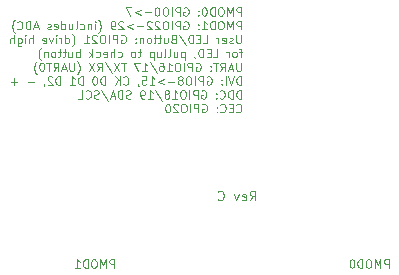
<source format=gbr>
G04 #@! TF.GenerationSoftware,KiCad,Pcbnew,5.1.5+dfsg1-2build2*
G04 #@! TF.CreationDate,2020-11-18T17:14:58+00:00*
G04 #@! TF.ProjectId,picodvi,7069636f-6476-4692-9e6b-696361645f70,rev?*
G04 #@! TF.SameCoordinates,Original*
G04 #@! TF.FileFunction,Legend,Bot*
G04 #@! TF.FilePolarity,Positive*
%FSLAX46Y46*%
G04 Gerber Fmt 4.6, Leading zero omitted, Abs format (unit mm)*
G04 Created by KiCad (PCBNEW 5.1.5+dfsg1-2build2) date 2020-11-18 17:14:58*
%MOMM*%
%LPD*%
G04 APERTURE LIST*
%ADD10C,0.120000*%
G04 APERTURE END LIST*
D10*
X237755333Y-114066666D02*
X237755333Y-113366666D01*
X237488666Y-113366666D01*
X237422000Y-113400000D01*
X237388666Y-113433333D01*
X237355333Y-113500000D01*
X237355333Y-113600000D01*
X237388666Y-113666666D01*
X237422000Y-113700000D01*
X237488666Y-113733333D01*
X237755333Y-113733333D01*
X237055333Y-114066666D02*
X237055333Y-113366666D01*
X236822000Y-113866666D01*
X236588666Y-113366666D01*
X236588666Y-114066666D01*
X236122000Y-113366666D02*
X235988666Y-113366666D01*
X235922000Y-113400000D01*
X235855333Y-113466666D01*
X235822000Y-113600000D01*
X235822000Y-113833333D01*
X235855333Y-113966666D01*
X235922000Y-114033333D01*
X235988666Y-114066666D01*
X236122000Y-114066666D01*
X236188666Y-114033333D01*
X236255333Y-113966666D01*
X236288666Y-113833333D01*
X236288666Y-113600000D01*
X236255333Y-113466666D01*
X236188666Y-113400000D01*
X236122000Y-113366666D01*
X235522000Y-114066666D02*
X235522000Y-113366666D01*
X235355333Y-113366666D01*
X235255333Y-113400000D01*
X235188666Y-113466666D01*
X235155333Y-113533333D01*
X235122000Y-113666666D01*
X235122000Y-113766666D01*
X235155333Y-113900000D01*
X235188666Y-113966666D01*
X235255333Y-114033333D01*
X235355333Y-114066666D01*
X235522000Y-114066666D01*
X234688666Y-113366666D02*
X234622000Y-113366666D01*
X234555333Y-113400000D01*
X234522000Y-113433333D01*
X234488666Y-113500000D01*
X234455333Y-113633333D01*
X234455333Y-113800000D01*
X234488666Y-113933333D01*
X234522000Y-114000000D01*
X234555333Y-114033333D01*
X234622000Y-114066666D01*
X234688666Y-114066666D01*
X234755333Y-114033333D01*
X234788666Y-114000000D01*
X234822000Y-113933333D01*
X234855333Y-113800000D01*
X234855333Y-113633333D01*
X234822000Y-113500000D01*
X234788666Y-113433333D01*
X234755333Y-113400000D01*
X234688666Y-113366666D01*
X214505333Y-114066666D02*
X214505333Y-113366666D01*
X214238666Y-113366666D01*
X214172000Y-113400000D01*
X214138666Y-113433333D01*
X214105333Y-113500000D01*
X214105333Y-113600000D01*
X214138666Y-113666666D01*
X214172000Y-113700000D01*
X214238666Y-113733333D01*
X214505333Y-113733333D01*
X213805333Y-114066666D02*
X213805333Y-113366666D01*
X213572000Y-113866666D01*
X213338666Y-113366666D01*
X213338666Y-114066666D01*
X212872000Y-113366666D02*
X212738666Y-113366666D01*
X212672000Y-113400000D01*
X212605333Y-113466666D01*
X212572000Y-113600000D01*
X212572000Y-113833333D01*
X212605333Y-113966666D01*
X212672000Y-114033333D01*
X212738666Y-114066666D01*
X212872000Y-114066666D01*
X212938666Y-114033333D01*
X213005333Y-113966666D01*
X213038666Y-113833333D01*
X213038666Y-113600000D01*
X213005333Y-113466666D01*
X212938666Y-113400000D01*
X212872000Y-113366666D01*
X212272000Y-114066666D02*
X212272000Y-113366666D01*
X212105333Y-113366666D01*
X212005333Y-113400000D01*
X211938666Y-113466666D01*
X211905333Y-113533333D01*
X211872000Y-113666666D01*
X211872000Y-113766666D01*
X211905333Y-113900000D01*
X211938666Y-113966666D01*
X212005333Y-114033333D01*
X212105333Y-114066666D01*
X212272000Y-114066666D01*
X211205333Y-114066666D02*
X211605333Y-114066666D01*
X211405333Y-114066666D02*
X211405333Y-113366666D01*
X211472000Y-113466666D01*
X211538666Y-113533333D01*
X211605333Y-113566666D01*
X225255333Y-92721666D02*
X225255333Y-92021666D01*
X224988666Y-92021666D01*
X224922000Y-92055000D01*
X224888666Y-92088333D01*
X224855333Y-92155000D01*
X224855333Y-92255000D01*
X224888666Y-92321666D01*
X224922000Y-92355000D01*
X224988666Y-92388333D01*
X225255333Y-92388333D01*
X224555333Y-92721666D02*
X224555333Y-92021666D01*
X224322000Y-92521666D01*
X224088666Y-92021666D01*
X224088666Y-92721666D01*
X223622000Y-92021666D02*
X223488666Y-92021666D01*
X223422000Y-92055000D01*
X223355333Y-92121666D01*
X223322000Y-92255000D01*
X223322000Y-92488333D01*
X223355333Y-92621666D01*
X223422000Y-92688333D01*
X223488666Y-92721666D01*
X223622000Y-92721666D01*
X223688666Y-92688333D01*
X223755333Y-92621666D01*
X223788666Y-92488333D01*
X223788666Y-92255000D01*
X223755333Y-92121666D01*
X223688666Y-92055000D01*
X223622000Y-92021666D01*
X223022000Y-92721666D02*
X223022000Y-92021666D01*
X222855333Y-92021666D01*
X222755333Y-92055000D01*
X222688666Y-92121666D01*
X222655333Y-92188333D01*
X222622000Y-92321666D01*
X222622000Y-92421666D01*
X222655333Y-92555000D01*
X222688666Y-92621666D01*
X222755333Y-92688333D01*
X222855333Y-92721666D01*
X223022000Y-92721666D01*
X222188666Y-92021666D02*
X222122000Y-92021666D01*
X222055333Y-92055000D01*
X222022000Y-92088333D01*
X221988666Y-92155000D01*
X221955333Y-92288333D01*
X221955333Y-92455000D01*
X221988666Y-92588333D01*
X222022000Y-92655000D01*
X222055333Y-92688333D01*
X222122000Y-92721666D01*
X222188666Y-92721666D01*
X222255333Y-92688333D01*
X222288666Y-92655000D01*
X222322000Y-92588333D01*
X222355333Y-92455000D01*
X222355333Y-92288333D01*
X222322000Y-92155000D01*
X222288666Y-92088333D01*
X222255333Y-92055000D01*
X222188666Y-92021666D01*
X221655333Y-92655000D02*
X221622000Y-92688333D01*
X221655333Y-92721666D01*
X221688666Y-92688333D01*
X221655333Y-92655000D01*
X221655333Y-92721666D01*
X221655333Y-92288333D02*
X221622000Y-92321666D01*
X221655333Y-92355000D01*
X221688666Y-92321666D01*
X221655333Y-92288333D01*
X221655333Y-92355000D01*
X220422000Y-92055000D02*
X220488666Y-92021666D01*
X220588666Y-92021666D01*
X220688666Y-92055000D01*
X220755333Y-92121666D01*
X220788666Y-92188333D01*
X220822000Y-92321666D01*
X220822000Y-92421666D01*
X220788666Y-92555000D01*
X220755333Y-92621666D01*
X220688666Y-92688333D01*
X220588666Y-92721666D01*
X220522000Y-92721666D01*
X220422000Y-92688333D01*
X220388666Y-92655000D01*
X220388666Y-92421666D01*
X220522000Y-92421666D01*
X220088666Y-92721666D02*
X220088666Y-92021666D01*
X219822000Y-92021666D01*
X219755333Y-92055000D01*
X219722000Y-92088333D01*
X219688666Y-92155000D01*
X219688666Y-92255000D01*
X219722000Y-92321666D01*
X219755333Y-92355000D01*
X219822000Y-92388333D01*
X220088666Y-92388333D01*
X219388666Y-92721666D02*
X219388666Y-92021666D01*
X218922000Y-92021666D02*
X218788666Y-92021666D01*
X218722000Y-92055000D01*
X218655333Y-92121666D01*
X218622000Y-92255000D01*
X218622000Y-92488333D01*
X218655333Y-92621666D01*
X218722000Y-92688333D01*
X218788666Y-92721666D01*
X218922000Y-92721666D01*
X218988666Y-92688333D01*
X219055333Y-92621666D01*
X219088666Y-92488333D01*
X219088666Y-92255000D01*
X219055333Y-92121666D01*
X218988666Y-92055000D01*
X218922000Y-92021666D01*
X218188666Y-92021666D02*
X218122000Y-92021666D01*
X218055333Y-92055000D01*
X218022000Y-92088333D01*
X217988666Y-92155000D01*
X217955333Y-92288333D01*
X217955333Y-92455000D01*
X217988666Y-92588333D01*
X218022000Y-92655000D01*
X218055333Y-92688333D01*
X218122000Y-92721666D01*
X218188666Y-92721666D01*
X218255333Y-92688333D01*
X218288666Y-92655000D01*
X218322000Y-92588333D01*
X218355333Y-92455000D01*
X218355333Y-92288333D01*
X218322000Y-92155000D01*
X218288666Y-92088333D01*
X218255333Y-92055000D01*
X218188666Y-92021666D01*
X217655333Y-92455000D02*
X217122000Y-92455000D01*
X216788666Y-92255000D02*
X216255333Y-92455000D01*
X216788666Y-92655000D01*
X215988666Y-92021666D02*
X215522000Y-92021666D01*
X215822000Y-92721666D01*
X225255333Y-93891666D02*
X225255333Y-93191666D01*
X224988666Y-93191666D01*
X224922000Y-93225000D01*
X224888666Y-93258333D01*
X224855333Y-93325000D01*
X224855333Y-93425000D01*
X224888666Y-93491666D01*
X224922000Y-93525000D01*
X224988666Y-93558333D01*
X225255333Y-93558333D01*
X224555333Y-93891666D02*
X224555333Y-93191666D01*
X224322000Y-93691666D01*
X224088666Y-93191666D01*
X224088666Y-93891666D01*
X223622000Y-93191666D02*
X223488666Y-93191666D01*
X223422000Y-93225000D01*
X223355333Y-93291666D01*
X223322000Y-93425000D01*
X223322000Y-93658333D01*
X223355333Y-93791666D01*
X223422000Y-93858333D01*
X223488666Y-93891666D01*
X223622000Y-93891666D01*
X223688666Y-93858333D01*
X223755333Y-93791666D01*
X223788666Y-93658333D01*
X223788666Y-93425000D01*
X223755333Y-93291666D01*
X223688666Y-93225000D01*
X223622000Y-93191666D01*
X223022000Y-93891666D02*
X223022000Y-93191666D01*
X222855333Y-93191666D01*
X222755333Y-93225000D01*
X222688666Y-93291666D01*
X222655333Y-93358333D01*
X222622000Y-93491666D01*
X222622000Y-93591666D01*
X222655333Y-93725000D01*
X222688666Y-93791666D01*
X222755333Y-93858333D01*
X222855333Y-93891666D01*
X223022000Y-93891666D01*
X221955333Y-93891666D02*
X222355333Y-93891666D01*
X222155333Y-93891666D02*
X222155333Y-93191666D01*
X222222000Y-93291666D01*
X222288666Y-93358333D01*
X222355333Y-93391666D01*
X221655333Y-93825000D02*
X221622000Y-93858333D01*
X221655333Y-93891666D01*
X221688666Y-93858333D01*
X221655333Y-93825000D01*
X221655333Y-93891666D01*
X221655333Y-93458333D02*
X221622000Y-93491666D01*
X221655333Y-93525000D01*
X221688666Y-93491666D01*
X221655333Y-93458333D01*
X221655333Y-93525000D01*
X220422000Y-93225000D02*
X220488666Y-93191666D01*
X220588666Y-93191666D01*
X220688666Y-93225000D01*
X220755333Y-93291666D01*
X220788666Y-93358333D01*
X220822000Y-93491666D01*
X220822000Y-93591666D01*
X220788666Y-93725000D01*
X220755333Y-93791666D01*
X220688666Y-93858333D01*
X220588666Y-93891666D01*
X220522000Y-93891666D01*
X220422000Y-93858333D01*
X220388666Y-93825000D01*
X220388666Y-93591666D01*
X220522000Y-93591666D01*
X220088666Y-93891666D02*
X220088666Y-93191666D01*
X219822000Y-93191666D01*
X219755333Y-93225000D01*
X219722000Y-93258333D01*
X219688666Y-93325000D01*
X219688666Y-93425000D01*
X219722000Y-93491666D01*
X219755333Y-93525000D01*
X219822000Y-93558333D01*
X220088666Y-93558333D01*
X219388666Y-93891666D02*
X219388666Y-93191666D01*
X218922000Y-93191666D02*
X218788666Y-93191666D01*
X218722000Y-93225000D01*
X218655333Y-93291666D01*
X218622000Y-93425000D01*
X218622000Y-93658333D01*
X218655333Y-93791666D01*
X218722000Y-93858333D01*
X218788666Y-93891666D01*
X218922000Y-93891666D01*
X218988666Y-93858333D01*
X219055333Y-93791666D01*
X219088666Y-93658333D01*
X219088666Y-93425000D01*
X219055333Y-93291666D01*
X218988666Y-93225000D01*
X218922000Y-93191666D01*
X218355333Y-93258333D02*
X218322000Y-93225000D01*
X218255333Y-93191666D01*
X218088666Y-93191666D01*
X218022000Y-93225000D01*
X217988666Y-93258333D01*
X217955333Y-93325000D01*
X217955333Y-93391666D01*
X217988666Y-93491666D01*
X218388666Y-93891666D01*
X217955333Y-93891666D01*
X217688666Y-93258333D02*
X217655333Y-93225000D01*
X217588666Y-93191666D01*
X217422000Y-93191666D01*
X217355333Y-93225000D01*
X217322000Y-93258333D01*
X217288666Y-93325000D01*
X217288666Y-93391666D01*
X217322000Y-93491666D01*
X217722000Y-93891666D01*
X217288666Y-93891666D01*
X216988666Y-93625000D02*
X216455333Y-93625000D01*
X216122000Y-93425000D02*
X215588666Y-93625000D01*
X216122000Y-93825000D01*
X215288666Y-93258333D02*
X215255333Y-93225000D01*
X215188666Y-93191666D01*
X215022000Y-93191666D01*
X214955333Y-93225000D01*
X214922000Y-93258333D01*
X214888666Y-93325000D01*
X214888666Y-93391666D01*
X214922000Y-93491666D01*
X215322000Y-93891666D01*
X214888666Y-93891666D01*
X214555333Y-93891666D02*
X214422000Y-93891666D01*
X214355333Y-93858333D01*
X214322000Y-93825000D01*
X214255333Y-93725000D01*
X214222000Y-93591666D01*
X214222000Y-93325000D01*
X214255333Y-93258333D01*
X214288666Y-93225000D01*
X214355333Y-93191666D01*
X214488666Y-93191666D01*
X214555333Y-93225000D01*
X214588666Y-93258333D01*
X214622000Y-93325000D01*
X214622000Y-93491666D01*
X214588666Y-93558333D01*
X214555333Y-93591666D01*
X214488666Y-93625000D01*
X214355333Y-93625000D01*
X214288666Y-93591666D01*
X214255333Y-93558333D01*
X214222000Y-93491666D01*
X213188666Y-94158333D02*
X213222000Y-94125000D01*
X213288666Y-94025000D01*
X213322000Y-93958333D01*
X213355333Y-93858333D01*
X213388666Y-93691666D01*
X213388666Y-93558333D01*
X213355333Y-93391666D01*
X213322000Y-93291666D01*
X213288666Y-93225000D01*
X213222000Y-93125000D01*
X213188666Y-93091666D01*
X212922000Y-93891666D02*
X212922000Y-93425000D01*
X212922000Y-93191666D02*
X212955333Y-93225000D01*
X212922000Y-93258333D01*
X212888666Y-93225000D01*
X212922000Y-93191666D01*
X212922000Y-93258333D01*
X212588666Y-93425000D02*
X212588666Y-93891666D01*
X212588666Y-93491666D02*
X212555333Y-93458333D01*
X212488666Y-93425000D01*
X212388666Y-93425000D01*
X212322000Y-93458333D01*
X212288666Y-93525000D01*
X212288666Y-93891666D01*
X211655333Y-93858333D02*
X211722000Y-93891666D01*
X211855333Y-93891666D01*
X211922000Y-93858333D01*
X211955333Y-93825000D01*
X211988666Y-93758333D01*
X211988666Y-93558333D01*
X211955333Y-93491666D01*
X211922000Y-93458333D01*
X211855333Y-93425000D01*
X211722000Y-93425000D01*
X211655333Y-93458333D01*
X211255333Y-93891666D02*
X211322000Y-93858333D01*
X211355333Y-93791666D01*
X211355333Y-93191666D01*
X210688666Y-93425000D02*
X210688666Y-93891666D01*
X210988666Y-93425000D02*
X210988666Y-93791666D01*
X210955333Y-93858333D01*
X210888666Y-93891666D01*
X210788666Y-93891666D01*
X210722000Y-93858333D01*
X210688666Y-93825000D01*
X210055333Y-93891666D02*
X210055333Y-93191666D01*
X210055333Y-93858333D02*
X210122000Y-93891666D01*
X210255333Y-93891666D01*
X210322000Y-93858333D01*
X210355333Y-93825000D01*
X210388666Y-93758333D01*
X210388666Y-93558333D01*
X210355333Y-93491666D01*
X210322000Y-93458333D01*
X210255333Y-93425000D01*
X210122000Y-93425000D01*
X210055333Y-93458333D01*
X209455333Y-93858333D02*
X209522000Y-93891666D01*
X209655333Y-93891666D01*
X209722000Y-93858333D01*
X209755333Y-93791666D01*
X209755333Y-93525000D01*
X209722000Y-93458333D01*
X209655333Y-93425000D01*
X209522000Y-93425000D01*
X209455333Y-93458333D01*
X209422000Y-93525000D01*
X209422000Y-93591666D01*
X209755333Y-93658333D01*
X209155333Y-93858333D02*
X209088666Y-93891666D01*
X208955333Y-93891666D01*
X208888666Y-93858333D01*
X208855333Y-93791666D01*
X208855333Y-93758333D01*
X208888666Y-93691666D01*
X208955333Y-93658333D01*
X209055333Y-93658333D01*
X209122000Y-93625000D01*
X209155333Y-93558333D01*
X209155333Y-93525000D01*
X209122000Y-93458333D01*
X209055333Y-93425000D01*
X208955333Y-93425000D01*
X208888666Y-93458333D01*
X208055333Y-93691666D02*
X207722000Y-93691666D01*
X208122000Y-93891666D02*
X207888666Y-93191666D01*
X207655333Y-93891666D01*
X207422000Y-93891666D02*
X207422000Y-93191666D01*
X207255333Y-93191666D01*
X207155333Y-93225000D01*
X207088666Y-93291666D01*
X207055333Y-93358333D01*
X207022000Y-93491666D01*
X207022000Y-93591666D01*
X207055333Y-93725000D01*
X207088666Y-93791666D01*
X207155333Y-93858333D01*
X207255333Y-93891666D01*
X207422000Y-93891666D01*
X206322000Y-93825000D02*
X206355333Y-93858333D01*
X206455333Y-93891666D01*
X206522000Y-93891666D01*
X206622000Y-93858333D01*
X206688666Y-93791666D01*
X206722000Y-93725000D01*
X206755333Y-93591666D01*
X206755333Y-93491666D01*
X206722000Y-93358333D01*
X206688666Y-93291666D01*
X206622000Y-93225000D01*
X206522000Y-93191666D01*
X206455333Y-93191666D01*
X206355333Y-93225000D01*
X206322000Y-93258333D01*
X206088666Y-94158333D02*
X206055333Y-94125000D01*
X205988666Y-94025000D01*
X205955333Y-93958333D01*
X205922000Y-93858333D01*
X205888666Y-93691666D01*
X205888666Y-93558333D01*
X205922000Y-93391666D01*
X205955333Y-93291666D01*
X205988666Y-93225000D01*
X206055333Y-93125000D01*
X206088666Y-93091666D01*
X225255333Y-94361666D02*
X225255333Y-94928333D01*
X225222000Y-94995000D01*
X225188666Y-95028333D01*
X225122000Y-95061666D01*
X224988666Y-95061666D01*
X224922000Y-95028333D01*
X224888666Y-94995000D01*
X224855333Y-94928333D01*
X224855333Y-94361666D01*
X224555333Y-95028333D02*
X224488666Y-95061666D01*
X224355333Y-95061666D01*
X224288666Y-95028333D01*
X224255333Y-94961666D01*
X224255333Y-94928333D01*
X224288666Y-94861666D01*
X224355333Y-94828333D01*
X224455333Y-94828333D01*
X224522000Y-94795000D01*
X224555333Y-94728333D01*
X224555333Y-94695000D01*
X224522000Y-94628333D01*
X224455333Y-94595000D01*
X224355333Y-94595000D01*
X224288666Y-94628333D01*
X223688666Y-95028333D02*
X223755333Y-95061666D01*
X223888666Y-95061666D01*
X223955333Y-95028333D01*
X223988666Y-94961666D01*
X223988666Y-94695000D01*
X223955333Y-94628333D01*
X223888666Y-94595000D01*
X223755333Y-94595000D01*
X223688666Y-94628333D01*
X223655333Y-94695000D01*
X223655333Y-94761666D01*
X223988666Y-94828333D01*
X223355333Y-95061666D02*
X223355333Y-94595000D01*
X223355333Y-94728333D02*
X223322000Y-94661666D01*
X223288666Y-94628333D01*
X223222000Y-94595000D01*
X223155333Y-94595000D01*
X222055333Y-95061666D02*
X222388666Y-95061666D01*
X222388666Y-94361666D01*
X221822000Y-94695000D02*
X221588666Y-94695000D01*
X221488666Y-95061666D02*
X221822000Y-95061666D01*
X221822000Y-94361666D01*
X221488666Y-94361666D01*
X221188666Y-95061666D02*
X221188666Y-94361666D01*
X221022000Y-94361666D01*
X220922000Y-94395000D01*
X220855333Y-94461666D01*
X220822000Y-94528333D01*
X220788666Y-94661666D01*
X220788666Y-94761666D01*
X220822000Y-94895000D01*
X220855333Y-94961666D01*
X220922000Y-95028333D01*
X221022000Y-95061666D01*
X221188666Y-95061666D01*
X219988666Y-94328333D02*
X220588666Y-95228333D01*
X219522000Y-94695000D02*
X219422000Y-94728333D01*
X219388666Y-94761666D01*
X219355333Y-94828333D01*
X219355333Y-94928333D01*
X219388666Y-94995000D01*
X219422000Y-95028333D01*
X219488666Y-95061666D01*
X219755333Y-95061666D01*
X219755333Y-94361666D01*
X219522000Y-94361666D01*
X219455333Y-94395000D01*
X219422000Y-94428333D01*
X219388666Y-94495000D01*
X219388666Y-94561666D01*
X219422000Y-94628333D01*
X219455333Y-94661666D01*
X219522000Y-94695000D01*
X219755333Y-94695000D01*
X218755333Y-94595000D02*
X218755333Y-95061666D01*
X219055333Y-94595000D02*
X219055333Y-94961666D01*
X219022000Y-95028333D01*
X218955333Y-95061666D01*
X218855333Y-95061666D01*
X218788666Y-95028333D01*
X218755333Y-94995000D01*
X218522000Y-94595000D02*
X218255333Y-94595000D01*
X218422000Y-94361666D02*
X218422000Y-94961666D01*
X218388666Y-95028333D01*
X218322000Y-95061666D01*
X218255333Y-95061666D01*
X218122000Y-94595000D02*
X217855333Y-94595000D01*
X218022000Y-94361666D02*
X218022000Y-94961666D01*
X217988666Y-95028333D01*
X217922000Y-95061666D01*
X217855333Y-95061666D01*
X217522000Y-95061666D02*
X217588666Y-95028333D01*
X217622000Y-94995000D01*
X217655333Y-94928333D01*
X217655333Y-94728333D01*
X217622000Y-94661666D01*
X217588666Y-94628333D01*
X217522000Y-94595000D01*
X217422000Y-94595000D01*
X217355333Y-94628333D01*
X217322000Y-94661666D01*
X217288666Y-94728333D01*
X217288666Y-94928333D01*
X217322000Y-94995000D01*
X217355333Y-95028333D01*
X217422000Y-95061666D01*
X217522000Y-95061666D01*
X216988666Y-94595000D02*
X216988666Y-95061666D01*
X216988666Y-94661666D02*
X216955333Y-94628333D01*
X216888666Y-94595000D01*
X216788666Y-94595000D01*
X216722000Y-94628333D01*
X216688666Y-94695000D01*
X216688666Y-95061666D01*
X216355333Y-94995000D02*
X216322000Y-95028333D01*
X216355333Y-95061666D01*
X216388666Y-95028333D01*
X216355333Y-94995000D01*
X216355333Y-95061666D01*
X216355333Y-94628333D02*
X216322000Y-94661666D01*
X216355333Y-94695000D01*
X216388666Y-94661666D01*
X216355333Y-94628333D01*
X216355333Y-94695000D01*
X215122000Y-94395000D02*
X215188666Y-94361666D01*
X215288666Y-94361666D01*
X215388666Y-94395000D01*
X215455333Y-94461666D01*
X215488666Y-94528333D01*
X215522000Y-94661666D01*
X215522000Y-94761666D01*
X215488666Y-94895000D01*
X215455333Y-94961666D01*
X215388666Y-95028333D01*
X215288666Y-95061666D01*
X215222000Y-95061666D01*
X215122000Y-95028333D01*
X215088666Y-94995000D01*
X215088666Y-94761666D01*
X215222000Y-94761666D01*
X214788666Y-95061666D02*
X214788666Y-94361666D01*
X214522000Y-94361666D01*
X214455333Y-94395000D01*
X214422000Y-94428333D01*
X214388666Y-94495000D01*
X214388666Y-94595000D01*
X214422000Y-94661666D01*
X214455333Y-94695000D01*
X214522000Y-94728333D01*
X214788666Y-94728333D01*
X214088666Y-95061666D02*
X214088666Y-94361666D01*
X213622000Y-94361666D02*
X213488666Y-94361666D01*
X213422000Y-94395000D01*
X213355333Y-94461666D01*
X213322000Y-94595000D01*
X213322000Y-94828333D01*
X213355333Y-94961666D01*
X213422000Y-95028333D01*
X213488666Y-95061666D01*
X213622000Y-95061666D01*
X213688666Y-95028333D01*
X213755333Y-94961666D01*
X213788666Y-94828333D01*
X213788666Y-94595000D01*
X213755333Y-94461666D01*
X213688666Y-94395000D01*
X213622000Y-94361666D01*
X213055333Y-94428333D02*
X213022000Y-94395000D01*
X212955333Y-94361666D01*
X212788666Y-94361666D01*
X212722000Y-94395000D01*
X212688666Y-94428333D01*
X212655333Y-94495000D01*
X212655333Y-94561666D01*
X212688666Y-94661666D01*
X213088666Y-95061666D01*
X212655333Y-95061666D01*
X211988666Y-95061666D02*
X212388666Y-95061666D01*
X212188666Y-95061666D02*
X212188666Y-94361666D01*
X212255333Y-94461666D01*
X212322000Y-94528333D01*
X212388666Y-94561666D01*
X210955333Y-95328333D02*
X210988666Y-95295000D01*
X211055333Y-95195000D01*
X211088666Y-95128333D01*
X211122000Y-95028333D01*
X211155333Y-94861666D01*
X211155333Y-94728333D01*
X211122000Y-94561666D01*
X211088666Y-94461666D01*
X211055333Y-94395000D01*
X210988666Y-94295000D01*
X210955333Y-94261666D01*
X210388666Y-95061666D02*
X210388666Y-94361666D01*
X210388666Y-95028333D02*
X210455333Y-95061666D01*
X210588666Y-95061666D01*
X210655333Y-95028333D01*
X210688666Y-94995000D01*
X210722000Y-94928333D01*
X210722000Y-94728333D01*
X210688666Y-94661666D01*
X210655333Y-94628333D01*
X210588666Y-94595000D01*
X210455333Y-94595000D01*
X210388666Y-94628333D01*
X210055333Y-95061666D02*
X210055333Y-94595000D01*
X210055333Y-94728333D02*
X210022000Y-94661666D01*
X209988666Y-94628333D01*
X209922000Y-94595000D01*
X209855333Y-94595000D01*
X209622000Y-95061666D02*
X209622000Y-94595000D01*
X209622000Y-94361666D02*
X209655333Y-94395000D01*
X209622000Y-94428333D01*
X209588666Y-94395000D01*
X209622000Y-94361666D01*
X209622000Y-94428333D01*
X209355333Y-94595000D02*
X209188666Y-95061666D01*
X209022000Y-94595000D01*
X208488666Y-95028333D02*
X208555333Y-95061666D01*
X208688666Y-95061666D01*
X208755333Y-95028333D01*
X208788666Y-94961666D01*
X208788666Y-94695000D01*
X208755333Y-94628333D01*
X208688666Y-94595000D01*
X208555333Y-94595000D01*
X208488666Y-94628333D01*
X208455333Y-94695000D01*
X208455333Y-94761666D01*
X208788666Y-94828333D01*
X207622000Y-95061666D02*
X207622000Y-94361666D01*
X207322000Y-95061666D02*
X207322000Y-94695000D01*
X207355333Y-94628333D01*
X207422000Y-94595000D01*
X207522000Y-94595000D01*
X207588666Y-94628333D01*
X207622000Y-94661666D01*
X206988666Y-95061666D02*
X206988666Y-94595000D01*
X206988666Y-94361666D02*
X207022000Y-94395000D01*
X206988666Y-94428333D01*
X206955333Y-94395000D01*
X206988666Y-94361666D01*
X206988666Y-94428333D01*
X206355333Y-94595000D02*
X206355333Y-95161666D01*
X206388666Y-95228333D01*
X206422000Y-95261666D01*
X206488666Y-95295000D01*
X206588666Y-95295000D01*
X206655333Y-95261666D01*
X206355333Y-95028333D02*
X206422000Y-95061666D01*
X206555333Y-95061666D01*
X206622000Y-95028333D01*
X206655333Y-94995000D01*
X206688666Y-94928333D01*
X206688666Y-94728333D01*
X206655333Y-94661666D01*
X206622000Y-94628333D01*
X206555333Y-94595000D01*
X206422000Y-94595000D01*
X206355333Y-94628333D01*
X206022000Y-95061666D02*
X206022000Y-94361666D01*
X205722000Y-95061666D02*
X205722000Y-94695000D01*
X205755333Y-94628333D01*
X205822000Y-94595000D01*
X205922000Y-94595000D01*
X205988666Y-94628333D01*
X206022000Y-94661666D01*
X225355333Y-95765000D02*
X225088666Y-95765000D01*
X225255333Y-96231666D02*
X225255333Y-95631666D01*
X225222000Y-95565000D01*
X225155333Y-95531666D01*
X225088666Y-95531666D01*
X224755333Y-96231666D02*
X224822000Y-96198333D01*
X224855333Y-96165000D01*
X224888666Y-96098333D01*
X224888666Y-95898333D01*
X224855333Y-95831666D01*
X224822000Y-95798333D01*
X224755333Y-95765000D01*
X224655333Y-95765000D01*
X224588666Y-95798333D01*
X224555333Y-95831666D01*
X224522000Y-95898333D01*
X224522000Y-96098333D01*
X224555333Y-96165000D01*
X224588666Y-96198333D01*
X224655333Y-96231666D01*
X224755333Y-96231666D01*
X224222000Y-96231666D02*
X224222000Y-95765000D01*
X224222000Y-95898333D02*
X224188666Y-95831666D01*
X224155333Y-95798333D01*
X224088666Y-95765000D01*
X224022000Y-95765000D01*
X222921999Y-96231666D02*
X223255333Y-96231666D01*
X223255333Y-95531666D01*
X222688666Y-95865000D02*
X222455333Y-95865000D01*
X222355333Y-96231666D02*
X222688666Y-96231666D01*
X222688666Y-95531666D01*
X222355333Y-95531666D01*
X222055333Y-96231666D02*
X222055333Y-95531666D01*
X221888666Y-95531666D01*
X221788666Y-95565000D01*
X221721999Y-95631666D01*
X221688666Y-95698333D01*
X221655333Y-95831666D01*
X221655333Y-95931666D01*
X221688666Y-96065000D01*
X221721999Y-96131666D01*
X221788666Y-96198333D01*
X221888666Y-96231666D01*
X222055333Y-96231666D01*
X221321999Y-96198333D02*
X221321999Y-96231666D01*
X221355333Y-96298333D01*
X221388666Y-96331666D01*
X220488666Y-95765000D02*
X220488666Y-96465000D01*
X220488666Y-95798333D02*
X220421999Y-95765000D01*
X220288666Y-95765000D01*
X220221999Y-95798333D01*
X220188666Y-95831666D01*
X220155333Y-95898333D01*
X220155333Y-96098333D01*
X220188666Y-96165000D01*
X220221999Y-96198333D01*
X220288666Y-96231666D01*
X220421999Y-96231666D01*
X220488666Y-96198333D01*
X219555333Y-95765000D02*
X219555333Y-96231666D01*
X219855333Y-95765000D02*
X219855333Y-96131666D01*
X219821999Y-96198333D01*
X219755333Y-96231666D01*
X219655333Y-96231666D01*
X219588666Y-96198333D01*
X219555333Y-96165000D01*
X219121999Y-96231666D02*
X219188666Y-96198333D01*
X219221999Y-96131666D01*
X219221999Y-95531666D01*
X218755333Y-96231666D02*
X218821999Y-96198333D01*
X218855333Y-96131666D01*
X218855333Y-95531666D01*
X218188666Y-95765000D02*
X218188666Y-96231666D01*
X218488666Y-95765000D02*
X218488666Y-96131666D01*
X218455333Y-96198333D01*
X218388666Y-96231666D01*
X218288666Y-96231666D01*
X218221999Y-96198333D01*
X218188666Y-96165000D01*
X217855333Y-95765000D02*
X217855333Y-96465000D01*
X217855333Y-95798333D02*
X217788666Y-95765000D01*
X217655333Y-95765000D01*
X217588666Y-95798333D01*
X217555333Y-95831666D01*
X217521999Y-95898333D01*
X217521999Y-96098333D01*
X217555333Y-96165000D01*
X217588666Y-96198333D01*
X217655333Y-96231666D01*
X217788666Y-96231666D01*
X217855333Y-96198333D01*
X216788666Y-95765000D02*
X216521999Y-95765000D01*
X216688666Y-95531666D02*
X216688666Y-96131666D01*
X216655333Y-96198333D01*
X216588666Y-96231666D01*
X216521999Y-96231666D01*
X216188666Y-96231666D02*
X216255333Y-96198333D01*
X216288666Y-96165000D01*
X216321999Y-96098333D01*
X216321999Y-95898333D01*
X216288666Y-95831666D01*
X216255333Y-95798333D01*
X216188666Y-95765000D01*
X216088666Y-95765000D01*
X216021999Y-95798333D01*
X215988666Y-95831666D01*
X215955333Y-95898333D01*
X215955333Y-96098333D01*
X215988666Y-96165000D01*
X216021999Y-96198333D01*
X216088666Y-96231666D01*
X216188666Y-96231666D01*
X214821999Y-96198333D02*
X214888666Y-96231666D01*
X215021999Y-96231666D01*
X215088666Y-96198333D01*
X215121999Y-96165000D01*
X215155333Y-96098333D01*
X215155333Y-95898333D01*
X215121999Y-95831666D01*
X215088666Y-95798333D01*
X215021999Y-95765000D01*
X214888666Y-95765000D01*
X214821999Y-95798333D01*
X214521999Y-96231666D02*
X214521999Y-95531666D01*
X214221999Y-96231666D02*
X214221999Y-95865000D01*
X214255333Y-95798333D01*
X214321999Y-95765000D01*
X214421999Y-95765000D01*
X214488666Y-95798333D01*
X214521999Y-95831666D01*
X213621999Y-96198333D02*
X213688666Y-96231666D01*
X213821999Y-96231666D01*
X213888666Y-96198333D01*
X213921999Y-96131666D01*
X213921999Y-95865000D01*
X213888666Y-95798333D01*
X213821999Y-95765000D01*
X213688666Y-95765000D01*
X213621999Y-95798333D01*
X213588666Y-95865000D01*
X213588666Y-95931666D01*
X213921999Y-95998333D01*
X212988666Y-96198333D02*
X213055333Y-96231666D01*
X213188666Y-96231666D01*
X213255333Y-96198333D01*
X213288666Y-96165000D01*
X213321999Y-96098333D01*
X213321999Y-95898333D01*
X213288666Y-95831666D01*
X213255333Y-95798333D01*
X213188666Y-95765000D01*
X213055333Y-95765000D01*
X212988666Y-95798333D01*
X212688666Y-96231666D02*
X212688666Y-95531666D01*
X212621999Y-95965000D02*
X212421999Y-96231666D01*
X212421999Y-95765000D02*
X212688666Y-96031666D01*
X211588666Y-96231666D02*
X211588666Y-95531666D01*
X211588666Y-95798333D02*
X211521999Y-95765000D01*
X211388666Y-95765000D01*
X211321999Y-95798333D01*
X211288666Y-95831666D01*
X211255333Y-95898333D01*
X211255333Y-96098333D01*
X211288666Y-96165000D01*
X211321999Y-96198333D01*
X211388666Y-96231666D01*
X211521999Y-96231666D01*
X211588666Y-96198333D01*
X210655333Y-95765000D02*
X210655333Y-96231666D01*
X210955333Y-95765000D02*
X210955333Y-96131666D01*
X210921999Y-96198333D01*
X210855333Y-96231666D01*
X210755333Y-96231666D01*
X210688666Y-96198333D01*
X210655333Y-96165000D01*
X210421999Y-95765000D02*
X210155333Y-95765000D01*
X210321999Y-95531666D02*
X210321999Y-96131666D01*
X210288666Y-96198333D01*
X210221999Y-96231666D01*
X210155333Y-96231666D01*
X210021999Y-95765000D02*
X209755333Y-95765000D01*
X209921999Y-95531666D02*
X209921999Y-96131666D01*
X209888666Y-96198333D01*
X209821999Y-96231666D01*
X209755333Y-96231666D01*
X209421999Y-96231666D02*
X209488666Y-96198333D01*
X209521999Y-96165000D01*
X209555333Y-96098333D01*
X209555333Y-95898333D01*
X209521999Y-95831666D01*
X209488666Y-95798333D01*
X209421999Y-95765000D01*
X209321999Y-95765000D01*
X209255333Y-95798333D01*
X209221999Y-95831666D01*
X209188666Y-95898333D01*
X209188666Y-96098333D01*
X209221999Y-96165000D01*
X209255333Y-96198333D01*
X209321999Y-96231666D01*
X209421999Y-96231666D01*
X208888666Y-95765000D02*
X208888666Y-96231666D01*
X208888666Y-95831666D02*
X208855333Y-95798333D01*
X208788666Y-95765000D01*
X208688666Y-95765000D01*
X208621999Y-95798333D01*
X208588666Y-95865000D01*
X208588666Y-96231666D01*
X208321999Y-96498333D02*
X208288666Y-96465000D01*
X208221999Y-96365000D01*
X208188666Y-96298333D01*
X208155333Y-96198333D01*
X208121999Y-96031666D01*
X208121999Y-95898333D01*
X208155333Y-95731666D01*
X208188666Y-95631666D01*
X208221999Y-95565000D01*
X208288666Y-95465000D01*
X208321999Y-95431666D01*
X225255333Y-96701666D02*
X225255333Y-97268333D01*
X225222000Y-97335000D01*
X225188666Y-97368333D01*
X225122000Y-97401666D01*
X224988666Y-97401666D01*
X224922000Y-97368333D01*
X224888666Y-97335000D01*
X224855333Y-97268333D01*
X224855333Y-96701666D01*
X224555333Y-97201666D02*
X224222000Y-97201666D01*
X224622000Y-97401666D02*
X224388666Y-96701666D01*
X224155333Y-97401666D01*
X223522000Y-97401666D02*
X223755333Y-97068333D01*
X223922000Y-97401666D02*
X223922000Y-96701666D01*
X223655333Y-96701666D01*
X223588666Y-96735000D01*
X223555333Y-96768333D01*
X223522000Y-96835000D01*
X223522000Y-96935000D01*
X223555333Y-97001666D01*
X223588666Y-97035000D01*
X223655333Y-97068333D01*
X223922000Y-97068333D01*
X223322000Y-96701666D02*
X222922000Y-96701666D01*
X223122000Y-97401666D02*
X223122000Y-96701666D01*
X222688666Y-97335000D02*
X222655333Y-97368333D01*
X222688666Y-97401666D01*
X222722000Y-97368333D01*
X222688666Y-97335000D01*
X222688666Y-97401666D01*
X222688666Y-96968333D02*
X222655333Y-97001666D01*
X222688666Y-97035000D01*
X222722000Y-97001666D01*
X222688666Y-96968333D01*
X222688666Y-97035000D01*
X221455333Y-96735000D02*
X221522000Y-96701666D01*
X221622000Y-96701666D01*
X221722000Y-96735000D01*
X221788666Y-96801666D01*
X221822000Y-96868333D01*
X221855333Y-97001666D01*
X221855333Y-97101666D01*
X221822000Y-97235000D01*
X221788666Y-97301666D01*
X221722000Y-97368333D01*
X221622000Y-97401666D01*
X221555333Y-97401666D01*
X221455333Y-97368333D01*
X221422000Y-97335000D01*
X221422000Y-97101666D01*
X221555333Y-97101666D01*
X221122000Y-97401666D02*
X221122000Y-96701666D01*
X220855333Y-96701666D01*
X220788666Y-96735000D01*
X220755333Y-96768333D01*
X220722000Y-96835000D01*
X220722000Y-96935000D01*
X220755333Y-97001666D01*
X220788666Y-97035000D01*
X220855333Y-97068333D01*
X221122000Y-97068333D01*
X220422000Y-97401666D02*
X220422000Y-96701666D01*
X219955333Y-96701666D02*
X219822000Y-96701666D01*
X219755333Y-96735000D01*
X219688666Y-96801666D01*
X219655333Y-96935000D01*
X219655333Y-97168333D01*
X219688666Y-97301666D01*
X219755333Y-97368333D01*
X219822000Y-97401666D01*
X219955333Y-97401666D01*
X220022000Y-97368333D01*
X220088666Y-97301666D01*
X220122000Y-97168333D01*
X220122000Y-96935000D01*
X220088666Y-96801666D01*
X220022000Y-96735000D01*
X219955333Y-96701666D01*
X218988666Y-97401666D02*
X219388666Y-97401666D01*
X219188666Y-97401666D02*
X219188666Y-96701666D01*
X219255333Y-96801666D01*
X219322000Y-96868333D01*
X219388666Y-96901666D01*
X218388666Y-96701666D02*
X218522000Y-96701666D01*
X218588666Y-96735000D01*
X218622000Y-96768333D01*
X218688666Y-96868333D01*
X218722000Y-97001666D01*
X218722000Y-97268333D01*
X218688666Y-97335000D01*
X218655333Y-97368333D01*
X218588666Y-97401666D01*
X218455333Y-97401666D01*
X218388666Y-97368333D01*
X218355333Y-97335000D01*
X218322000Y-97268333D01*
X218322000Y-97101666D01*
X218355333Y-97035000D01*
X218388666Y-97001666D01*
X218455333Y-96968333D01*
X218588666Y-96968333D01*
X218655333Y-97001666D01*
X218688666Y-97035000D01*
X218722000Y-97101666D01*
X217522000Y-96668333D02*
X218122000Y-97568333D01*
X216922000Y-97401666D02*
X217322000Y-97401666D01*
X217122000Y-97401666D02*
X217122000Y-96701666D01*
X217188666Y-96801666D01*
X217255333Y-96868333D01*
X217322000Y-96901666D01*
X216688666Y-96701666D02*
X216222000Y-96701666D01*
X216522000Y-97401666D01*
X215522000Y-96701666D02*
X215122000Y-96701666D01*
X215322000Y-97401666D02*
X215322000Y-96701666D01*
X214955333Y-96701666D02*
X214488666Y-97401666D01*
X214488666Y-96701666D02*
X214955333Y-97401666D01*
X213722000Y-96668333D02*
X214322000Y-97568333D01*
X213088666Y-97401666D02*
X213322000Y-97068333D01*
X213488666Y-97401666D02*
X213488666Y-96701666D01*
X213222000Y-96701666D01*
X213155333Y-96735000D01*
X213122000Y-96768333D01*
X213088666Y-96835000D01*
X213088666Y-96935000D01*
X213122000Y-97001666D01*
X213155333Y-97035000D01*
X213222000Y-97068333D01*
X213488666Y-97068333D01*
X212855333Y-96701666D02*
X212388666Y-97401666D01*
X212388666Y-96701666D02*
X212855333Y-97401666D01*
X211388666Y-97668333D02*
X211422000Y-97635000D01*
X211488666Y-97535000D01*
X211522000Y-97468333D01*
X211555333Y-97368333D01*
X211588666Y-97201666D01*
X211588666Y-97068333D01*
X211555333Y-96901666D01*
X211522000Y-96801666D01*
X211488666Y-96735000D01*
X211422000Y-96635000D01*
X211388666Y-96601666D01*
X211122000Y-96701666D02*
X211122000Y-97268333D01*
X211088666Y-97335000D01*
X211055333Y-97368333D01*
X210988666Y-97401666D01*
X210855333Y-97401666D01*
X210788666Y-97368333D01*
X210755333Y-97335000D01*
X210722000Y-97268333D01*
X210722000Y-96701666D01*
X210422000Y-97201666D02*
X210088666Y-97201666D01*
X210488666Y-97401666D02*
X210255333Y-96701666D01*
X210022000Y-97401666D01*
X209388666Y-97401666D02*
X209622000Y-97068333D01*
X209788666Y-97401666D02*
X209788666Y-96701666D01*
X209522000Y-96701666D01*
X209455333Y-96735000D01*
X209422000Y-96768333D01*
X209388666Y-96835000D01*
X209388666Y-96935000D01*
X209422000Y-97001666D01*
X209455333Y-97035000D01*
X209522000Y-97068333D01*
X209788666Y-97068333D01*
X209188666Y-96701666D02*
X208788666Y-96701666D01*
X208988666Y-97401666D02*
X208988666Y-96701666D01*
X208422000Y-96701666D02*
X208355333Y-96701666D01*
X208288666Y-96735000D01*
X208255333Y-96768333D01*
X208222000Y-96835000D01*
X208188666Y-96968333D01*
X208188666Y-97135000D01*
X208222000Y-97268333D01*
X208255333Y-97335000D01*
X208288666Y-97368333D01*
X208355333Y-97401666D01*
X208422000Y-97401666D01*
X208488666Y-97368333D01*
X208522000Y-97335000D01*
X208555333Y-97268333D01*
X208588666Y-97135000D01*
X208588666Y-96968333D01*
X208555333Y-96835000D01*
X208522000Y-96768333D01*
X208488666Y-96735000D01*
X208422000Y-96701666D01*
X207955333Y-97668333D02*
X207922000Y-97635000D01*
X207855333Y-97535000D01*
X207822000Y-97468333D01*
X207788666Y-97368333D01*
X207755333Y-97201666D01*
X207755333Y-97068333D01*
X207788666Y-96901666D01*
X207822000Y-96801666D01*
X207855333Y-96735000D01*
X207922000Y-96635000D01*
X207955333Y-96601666D01*
X225255333Y-98571666D02*
X225255333Y-97871666D01*
X225088666Y-97871666D01*
X224988666Y-97905000D01*
X224922000Y-97971666D01*
X224888666Y-98038333D01*
X224855333Y-98171666D01*
X224855333Y-98271666D01*
X224888666Y-98405000D01*
X224922000Y-98471666D01*
X224988666Y-98538333D01*
X225088666Y-98571666D01*
X225255333Y-98571666D01*
X224655333Y-97871666D02*
X224422000Y-98571666D01*
X224188666Y-97871666D01*
X223955333Y-98571666D02*
X223955333Y-97871666D01*
X223622000Y-98505000D02*
X223588666Y-98538333D01*
X223622000Y-98571666D01*
X223655333Y-98538333D01*
X223622000Y-98505000D01*
X223622000Y-98571666D01*
X223622000Y-98138333D02*
X223588666Y-98171666D01*
X223622000Y-98205000D01*
X223655333Y-98171666D01*
X223622000Y-98138333D01*
X223622000Y-98205000D01*
X222388666Y-97905000D02*
X222455333Y-97871666D01*
X222555333Y-97871666D01*
X222655333Y-97905000D01*
X222722000Y-97971666D01*
X222755333Y-98038333D01*
X222788666Y-98171666D01*
X222788666Y-98271666D01*
X222755333Y-98405000D01*
X222722000Y-98471666D01*
X222655333Y-98538333D01*
X222555333Y-98571666D01*
X222488666Y-98571666D01*
X222388666Y-98538333D01*
X222355333Y-98505000D01*
X222355333Y-98271666D01*
X222488666Y-98271666D01*
X222055333Y-98571666D02*
X222055333Y-97871666D01*
X221788666Y-97871666D01*
X221722000Y-97905000D01*
X221688666Y-97938333D01*
X221655333Y-98005000D01*
X221655333Y-98105000D01*
X221688666Y-98171666D01*
X221722000Y-98205000D01*
X221788666Y-98238333D01*
X222055333Y-98238333D01*
X221355333Y-98571666D02*
X221355333Y-97871666D01*
X220888666Y-97871666D02*
X220755333Y-97871666D01*
X220688666Y-97905000D01*
X220622000Y-97971666D01*
X220588666Y-98105000D01*
X220588666Y-98338333D01*
X220622000Y-98471666D01*
X220688666Y-98538333D01*
X220755333Y-98571666D01*
X220888666Y-98571666D01*
X220955333Y-98538333D01*
X221022000Y-98471666D01*
X221055333Y-98338333D01*
X221055333Y-98105000D01*
X221022000Y-97971666D01*
X220955333Y-97905000D01*
X220888666Y-97871666D01*
X220188666Y-98171666D02*
X220255333Y-98138333D01*
X220288666Y-98105000D01*
X220322000Y-98038333D01*
X220322000Y-98005000D01*
X220288666Y-97938333D01*
X220255333Y-97905000D01*
X220188666Y-97871666D01*
X220055333Y-97871666D01*
X219988666Y-97905000D01*
X219955333Y-97938333D01*
X219922000Y-98005000D01*
X219922000Y-98038333D01*
X219955333Y-98105000D01*
X219988666Y-98138333D01*
X220055333Y-98171666D01*
X220188666Y-98171666D01*
X220255333Y-98205000D01*
X220288666Y-98238333D01*
X220322000Y-98305000D01*
X220322000Y-98438333D01*
X220288666Y-98505000D01*
X220255333Y-98538333D01*
X220188666Y-98571666D01*
X220055333Y-98571666D01*
X219988666Y-98538333D01*
X219955333Y-98505000D01*
X219922000Y-98438333D01*
X219922000Y-98305000D01*
X219955333Y-98238333D01*
X219988666Y-98205000D01*
X220055333Y-98171666D01*
X219622000Y-98305000D02*
X219088666Y-98305000D01*
X218755333Y-98105000D02*
X218222000Y-98305000D01*
X218755333Y-98505000D01*
X217522000Y-98571666D02*
X217922000Y-98571666D01*
X217722000Y-98571666D02*
X217722000Y-97871666D01*
X217788666Y-97971666D01*
X217855333Y-98038333D01*
X217922000Y-98071666D01*
X216888666Y-97871666D02*
X217222000Y-97871666D01*
X217255333Y-98205000D01*
X217222000Y-98171666D01*
X217155333Y-98138333D01*
X216988666Y-98138333D01*
X216922000Y-98171666D01*
X216888666Y-98205000D01*
X216855333Y-98271666D01*
X216855333Y-98438333D01*
X216888666Y-98505000D01*
X216922000Y-98538333D01*
X216988666Y-98571666D01*
X217155333Y-98571666D01*
X217222000Y-98538333D01*
X217255333Y-98505000D01*
X216522000Y-98538333D02*
X216522000Y-98571666D01*
X216555333Y-98638333D01*
X216588666Y-98671666D01*
X215288666Y-98505000D02*
X215322000Y-98538333D01*
X215422000Y-98571666D01*
X215488666Y-98571666D01*
X215588666Y-98538333D01*
X215655333Y-98471666D01*
X215688666Y-98405000D01*
X215722000Y-98271666D01*
X215722000Y-98171666D01*
X215688666Y-98038333D01*
X215655333Y-97971666D01*
X215588666Y-97905000D01*
X215488666Y-97871666D01*
X215422000Y-97871666D01*
X215322000Y-97905000D01*
X215288666Y-97938333D01*
X214988666Y-98571666D02*
X214988666Y-97871666D01*
X214588666Y-98571666D02*
X214888666Y-98171666D01*
X214588666Y-97871666D02*
X214988666Y-98271666D01*
X213755333Y-98571666D02*
X213755333Y-97871666D01*
X213588666Y-97871666D01*
X213488666Y-97905000D01*
X213422000Y-97971666D01*
X213388666Y-98038333D01*
X213355333Y-98171666D01*
X213355333Y-98271666D01*
X213388666Y-98405000D01*
X213422000Y-98471666D01*
X213488666Y-98538333D01*
X213588666Y-98571666D01*
X213755333Y-98571666D01*
X212922000Y-97871666D02*
X212855333Y-97871666D01*
X212788666Y-97905000D01*
X212755333Y-97938333D01*
X212722000Y-98005000D01*
X212688666Y-98138333D01*
X212688666Y-98305000D01*
X212722000Y-98438333D01*
X212755333Y-98505000D01*
X212788666Y-98538333D01*
X212855333Y-98571666D01*
X212922000Y-98571666D01*
X212988666Y-98538333D01*
X213022000Y-98505000D01*
X213055333Y-98438333D01*
X213088666Y-98305000D01*
X213088666Y-98138333D01*
X213055333Y-98005000D01*
X213022000Y-97938333D01*
X212988666Y-97905000D01*
X212922000Y-97871666D01*
X211855333Y-98571666D02*
X211855333Y-97871666D01*
X211688666Y-97871666D01*
X211588666Y-97905000D01*
X211522000Y-97971666D01*
X211488666Y-98038333D01*
X211455333Y-98171666D01*
X211455333Y-98271666D01*
X211488666Y-98405000D01*
X211522000Y-98471666D01*
X211588666Y-98538333D01*
X211688666Y-98571666D01*
X211855333Y-98571666D01*
X210788666Y-98571666D02*
X211188666Y-98571666D01*
X210988666Y-98571666D02*
X210988666Y-97871666D01*
X211055333Y-97971666D01*
X211122000Y-98038333D01*
X211188666Y-98071666D01*
X209955333Y-98571666D02*
X209955333Y-97871666D01*
X209788666Y-97871666D01*
X209688666Y-97905000D01*
X209622000Y-97971666D01*
X209588666Y-98038333D01*
X209555333Y-98171666D01*
X209555333Y-98271666D01*
X209588666Y-98405000D01*
X209622000Y-98471666D01*
X209688666Y-98538333D01*
X209788666Y-98571666D01*
X209955333Y-98571666D01*
X209288666Y-97938333D02*
X209255333Y-97905000D01*
X209188666Y-97871666D01*
X209022000Y-97871666D01*
X208955333Y-97905000D01*
X208922000Y-97938333D01*
X208888666Y-98005000D01*
X208888666Y-98071666D01*
X208922000Y-98171666D01*
X209322000Y-98571666D01*
X208888666Y-98571666D01*
X208555333Y-98538333D02*
X208555333Y-98571666D01*
X208588666Y-98638333D01*
X208622000Y-98671666D01*
X207722000Y-98305000D02*
X207188666Y-98305000D01*
X206322000Y-98305000D02*
X205788666Y-98305000D01*
X206055333Y-98571666D02*
X206055333Y-98038333D01*
X225255333Y-99741666D02*
X225255333Y-99041666D01*
X225088666Y-99041666D01*
X224988666Y-99075000D01*
X224922000Y-99141666D01*
X224888666Y-99208333D01*
X224855333Y-99341666D01*
X224855333Y-99441666D01*
X224888666Y-99575000D01*
X224922000Y-99641666D01*
X224988666Y-99708333D01*
X225088666Y-99741666D01*
X225255333Y-99741666D01*
X224555333Y-99741666D02*
X224555333Y-99041666D01*
X224388666Y-99041666D01*
X224288666Y-99075000D01*
X224222000Y-99141666D01*
X224188666Y-99208333D01*
X224155333Y-99341666D01*
X224155333Y-99441666D01*
X224188666Y-99575000D01*
X224222000Y-99641666D01*
X224288666Y-99708333D01*
X224388666Y-99741666D01*
X224555333Y-99741666D01*
X223455333Y-99675000D02*
X223488666Y-99708333D01*
X223588666Y-99741666D01*
X223655333Y-99741666D01*
X223755333Y-99708333D01*
X223822000Y-99641666D01*
X223855333Y-99575000D01*
X223888666Y-99441666D01*
X223888666Y-99341666D01*
X223855333Y-99208333D01*
X223822000Y-99141666D01*
X223755333Y-99075000D01*
X223655333Y-99041666D01*
X223588666Y-99041666D01*
X223488666Y-99075000D01*
X223455333Y-99108333D01*
X223155333Y-99675000D02*
X223122000Y-99708333D01*
X223155333Y-99741666D01*
X223188666Y-99708333D01*
X223155333Y-99675000D01*
X223155333Y-99741666D01*
X223155333Y-99308333D02*
X223122000Y-99341666D01*
X223155333Y-99375000D01*
X223188666Y-99341666D01*
X223155333Y-99308333D01*
X223155333Y-99375000D01*
X221922000Y-99075000D02*
X221988666Y-99041666D01*
X222088666Y-99041666D01*
X222188666Y-99075000D01*
X222255333Y-99141666D01*
X222288666Y-99208333D01*
X222322000Y-99341666D01*
X222322000Y-99441666D01*
X222288666Y-99575000D01*
X222255333Y-99641666D01*
X222188666Y-99708333D01*
X222088666Y-99741666D01*
X222022000Y-99741666D01*
X221922000Y-99708333D01*
X221888666Y-99675000D01*
X221888666Y-99441666D01*
X222022000Y-99441666D01*
X221588666Y-99741666D02*
X221588666Y-99041666D01*
X221322000Y-99041666D01*
X221255333Y-99075000D01*
X221222000Y-99108333D01*
X221188666Y-99175000D01*
X221188666Y-99275000D01*
X221222000Y-99341666D01*
X221255333Y-99375000D01*
X221322000Y-99408333D01*
X221588666Y-99408333D01*
X220888666Y-99741666D02*
X220888666Y-99041666D01*
X220422000Y-99041666D02*
X220288666Y-99041666D01*
X220222000Y-99075000D01*
X220155333Y-99141666D01*
X220122000Y-99275000D01*
X220122000Y-99508333D01*
X220155333Y-99641666D01*
X220222000Y-99708333D01*
X220288666Y-99741666D01*
X220422000Y-99741666D01*
X220488666Y-99708333D01*
X220555333Y-99641666D01*
X220588666Y-99508333D01*
X220588666Y-99275000D01*
X220555333Y-99141666D01*
X220488666Y-99075000D01*
X220422000Y-99041666D01*
X219455333Y-99741666D02*
X219855333Y-99741666D01*
X219655333Y-99741666D02*
X219655333Y-99041666D01*
X219722000Y-99141666D01*
X219788666Y-99208333D01*
X219855333Y-99241666D01*
X219055333Y-99341666D02*
X219122000Y-99308333D01*
X219155333Y-99275000D01*
X219188666Y-99208333D01*
X219188666Y-99175000D01*
X219155333Y-99108333D01*
X219122000Y-99075000D01*
X219055333Y-99041666D01*
X218922000Y-99041666D01*
X218855333Y-99075000D01*
X218822000Y-99108333D01*
X218788666Y-99175000D01*
X218788666Y-99208333D01*
X218822000Y-99275000D01*
X218855333Y-99308333D01*
X218922000Y-99341666D01*
X219055333Y-99341666D01*
X219122000Y-99375000D01*
X219155333Y-99408333D01*
X219188666Y-99475000D01*
X219188666Y-99608333D01*
X219155333Y-99675000D01*
X219122000Y-99708333D01*
X219055333Y-99741666D01*
X218922000Y-99741666D01*
X218855333Y-99708333D01*
X218822000Y-99675000D01*
X218788666Y-99608333D01*
X218788666Y-99475000D01*
X218822000Y-99408333D01*
X218855333Y-99375000D01*
X218922000Y-99341666D01*
X217988666Y-99008333D02*
X218588666Y-99908333D01*
X217388666Y-99741666D02*
X217788666Y-99741666D01*
X217588666Y-99741666D02*
X217588666Y-99041666D01*
X217655333Y-99141666D01*
X217722000Y-99208333D01*
X217788666Y-99241666D01*
X217055333Y-99741666D02*
X216922000Y-99741666D01*
X216855333Y-99708333D01*
X216822000Y-99675000D01*
X216755333Y-99575000D01*
X216722000Y-99441666D01*
X216722000Y-99175000D01*
X216755333Y-99108333D01*
X216788666Y-99075000D01*
X216855333Y-99041666D01*
X216988666Y-99041666D01*
X217055333Y-99075000D01*
X217088666Y-99108333D01*
X217122000Y-99175000D01*
X217122000Y-99341666D01*
X217088666Y-99408333D01*
X217055333Y-99441666D01*
X216988666Y-99475000D01*
X216855333Y-99475000D01*
X216788666Y-99441666D01*
X216755333Y-99408333D01*
X216722000Y-99341666D01*
X215922000Y-99708333D02*
X215822000Y-99741666D01*
X215655333Y-99741666D01*
X215588666Y-99708333D01*
X215555333Y-99675000D01*
X215522000Y-99608333D01*
X215522000Y-99541666D01*
X215555333Y-99475000D01*
X215588666Y-99441666D01*
X215655333Y-99408333D01*
X215788666Y-99375000D01*
X215855333Y-99341666D01*
X215888666Y-99308333D01*
X215922000Y-99241666D01*
X215922000Y-99175000D01*
X215888666Y-99108333D01*
X215855333Y-99075000D01*
X215788666Y-99041666D01*
X215622000Y-99041666D01*
X215522000Y-99075000D01*
X215222000Y-99741666D02*
X215222000Y-99041666D01*
X215055333Y-99041666D01*
X214955333Y-99075000D01*
X214888666Y-99141666D01*
X214855333Y-99208333D01*
X214822000Y-99341666D01*
X214822000Y-99441666D01*
X214855333Y-99575000D01*
X214888666Y-99641666D01*
X214955333Y-99708333D01*
X215055333Y-99741666D01*
X215222000Y-99741666D01*
X214555333Y-99541666D02*
X214222000Y-99541666D01*
X214622000Y-99741666D02*
X214388666Y-99041666D01*
X214155333Y-99741666D01*
X213422000Y-99008333D02*
X214022000Y-99908333D01*
X213222000Y-99708333D02*
X213122000Y-99741666D01*
X212955333Y-99741666D01*
X212888666Y-99708333D01*
X212855333Y-99675000D01*
X212822000Y-99608333D01*
X212822000Y-99541666D01*
X212855333Y-99475000D01*
X212888666Y-99441666D01*
X212955333Y-99408333D01*
X213088666Y-99375000D01*
X213155333Y-99341666D01*
X213188666Y-99308333D01*
X213222000Y-99241666D01*
X213222000Y-99175000D01*
X213188666Y-99108333D01*
X213155333Y-99075000D01*
X213088666Y-99041666D01*
X212922000Y-99041666D01*
X212822000Y-99075000D01*
X212122000Y-99675000D02*
X212155333Y-99708333D01*
X212255333Y-99741666D01*
X212322000Y-99741666D01*
X212422000Y-99708333D01*
X212488666Y-99641666D01*
X212522000Y-99575000D01*
X212555333Y-99441666D01*
X212555333Y-99341666D01*
X212522000Y-99208333D01*
X212488666Y-99141666D01*
X212422000Y-99075000D01*
X212322000Y-99041666D01*
X212255333Y-99041666D01*
X212155333Y-99075000D01*
X212122000Y-99108333D01*
X211488666Y-99741666D02*
X211822000Y-99741666D01*
X211822000Y-99041666D01*
X224855333Y-100845000D02*
X224888666Y-100878333D01*
X224988666Y-100911666D01*
X225055333Y-100911666D01*
X225155333Y-100878333D01*
X225222000Y-100811666D01*
X225255333Y-100745000D01*
X225288666Y-100611666D01*
X225288666Y-100511666D01*
X225255333Y-100378333D01*
X225222000Y-100311666D01*
X225155333Y-100245000D01*
X225055333Y-100211666D01*
X224988666Y-100211666D01*
X224888666Y-100245000D01*
X224855333Y-100278333D01*
X224555333Y-100545000D02*
X224322000Y-100545000D01*
X224222000Y-100911666D02*
X224555333Y-100911666D01*
X224555333Y-100211666D01*
X224222000Y-100211666D01*
X223522000Y-100845000D02*
X223555333Y-100878333D01*
X223655333Y-100911666D01*
X223722000Y-100911666D01*
X223822000Y-100878333D01*
X223888666Y-100811666D01*
X223922000Y-100745000D01*
X223955333Y-100611666D01*
X223955333Y-100511666D01*
X223922000Y-100378333D01*
X223888666Y-100311666D01*
X223822000Y-100245000D01*
X223722000Y-100211666D01*
X223655333Y-100211666D01*
X223555333Y-100245000D01*
X223522000Y-100278333D01*
X223222000Y-100845000D02*
X223188666Y-100878333D01*
X223222000Y-100911666D01*
X223255333Y-100878333D01*
X223222000Y-100845000D01*
X223222000Y-100911666D01*
X223222000Y-100478333D02*
X223188666Y-100511666D01*
X223222000Y-100545000D01*
X223255333Y-100511666D01*
X223222000Y-100478333D01*
X223222000Y-100545000D01*
X221988666Y-100245000D02*
X222055333Y-100211666D01*
X222155333Y-100211666D01*
X222255333Y-100245000D01*
X222322000Y-100311666D01*
X222355333Y-100378333D01*
X222388666Y-100511666D01*
X222388666Y-100611666D01*
X222355333Y-100745000D01*
X222322000Y-100811666D01*
X222255333Y-100878333D01*
X222155333Y-100911666D01*
X222088666Y-100911666D01*
X221988666Y-100878333D01*
X221955333Y-100845000D01*
X221955333Y-100611666D01*
X222088666Y-100611666D01*
X221655333Y-100911666D02*
X221655333Y-100211666D01*
X221388666Y-100211666D01*
X221322000Y-100245000D01*
X221288666Y-100278333D01*
X221255333Y-100345000D01*
X221255333Y-100445000D01*
X221288666Y-100511666D01*
X221322000Y-100545000D01*
X221388666Y-100578333D01*
X221655333Y-100578333D01*
X220955333Y-100911666D02*
X220955333Y-100211666D01*
X220488666Y-100211666D02*
X220355333Y-100211666D01*
X220288666Y-100245000D01*
X220222000Y-100311666D01*
X220188666Y-100445000D01*
X220188666Y-100678333D01*
X220222000Y-100811666D01*
X220288666Y-100878333D01*
X220355333Y-100911666D01*
X220488666Y-100911666D01*
X220555333Y-100878333D01*
X220622000Y-100811666D01*
X220655333Y-100678333D01*
X220655333Y-100445000D01*
X220622000Y-100311666D01*
X220555333Y-100245000D01*
X220488666Y-100211666D01*
X219922000Y-100278333D02*
X219888666Y-100245000D01*
X219822000Y-100211666D01*
X219655333Y-100211666D01*
X219588666Y-100245000D01*
X219555333Y-100278333D01*
X219522000Y-100345000D01*
X219522000Y-100411666D01*
X219555333Y-100511666D01*
X219955333Y-100911666D01*
X219522000Y-100911666D01*
X219088666Y-100211666D02*
X219022000Y-100211666D01*
X218955333Y-100245000D01*
X218922000Y-100278333D01*
X218888666Y-100345000D01*
X218855333Y-100478333D01*
X218855333Y-100645000D01*
X218888666Y-100778333D01*
X218922000Y-100845000D01*
X218955333Y-100878333D01*
X219022000Y-100911666D01*
X219088666Y-100911666D01*
X219155333Y-100878333D01*
X219188666Y-100845000D01*
X219222000Y-100778333D01*
X219255333Y-100645000D01*
X219255333Y-100478333D01*
X219222000Y-100345000D01*
X219188666Y-100278333D01*
X219155333Y-100245000D01*
X219088666Y-100211666D01*
X226021761Y-108361904D02*
X226288428Y-107980952D01*
X226478904Y-108361904D02*
X226478904Y-107561904D01*
X226174142Y-107561904D01*
X226097952Y-107600000D01*
X226059857Y-107638095D01*
X226021761Y-107714285D01*
X226021761Y-107828571D01*
X226059857Y-107904761D01*
X226097952Y-107942857D01*
X226174142Y-107980952D01*
X226478904Y-107980952D01*
X225374142Y-108323809D02*
X225450333Y-108361904D01*
X225602714Y-108361904D01*
X225678904Y-108323809D01*
X225717000Y-108247619D01*
X225717000Y-107942857D01*
X225678904Y-107866666D01*
X225602714Y-107828571D01*
X225450333Y-107828571D01*
X225374142Y-107866666D01*
X225336047Y-107942857D01*
X225336047Y-108019047D01*
X225717000Y-108095238D01*
X225069380Y-107828571D02*
X224878904Y-108361904D01*
X224688428Y-107828571D01*
X223317000Y-108285714D02*
X223355095Y-108323809D01*
X223469380Y-108361904D01*
X223545571Y-108361904D01*
X223659857Y-108323809D01*
X223736047Y-108247619D01*
X223774142Y-108171428D01*
X223812238Y-108019047D01*
X223812238Y-107904761D01*
X223774142Y-107752380D01*
X223736047Y-107676190D01*
X223659857Y-107600000D01*
X223545571Y-107561904D01*
X223469380Y-107561904D01*
X223355095Y-107600000D01*
X223317000Y-107638095D01*
M02*

</source>
